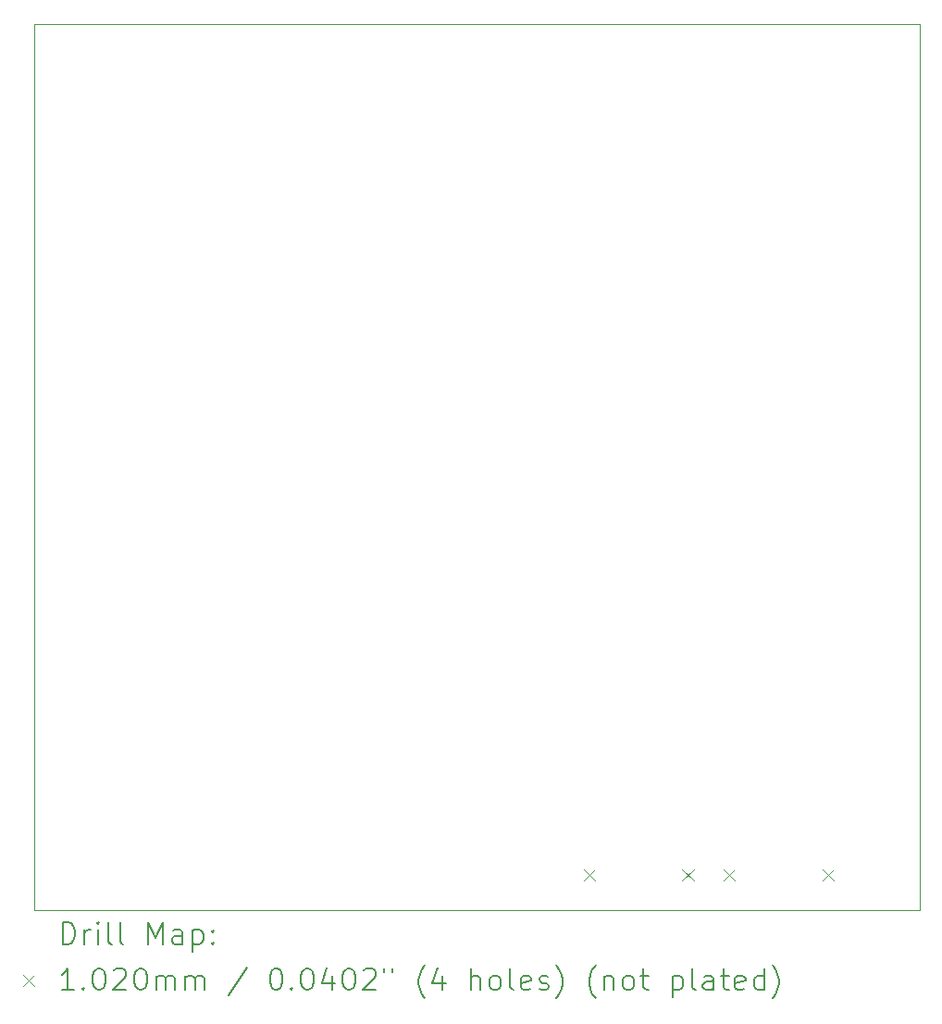
<source format=gbr>
%TF.GenerationSoftware,KiCad,Pcbnew,9.0.0*%
%TF.CreationDate,2025-04-09T18:23:43-07:00*%
%TF.ProjectId,PAC Board,50414320-426f-4617-9264-2e6b69636164,rev?*%
%TF.SameCoordinates,Original*%
%TF.FileFunction,Drillmap*%
%TF.FilePolarity,Positive*%
%FSLAX45Y45*%
G04 Gerber Fmt 4.5, Leading zero omitted, Abs format (unit mm)*
G04 Created by KiCad (PCBNEW 9.0.0) date 2025-04-09 18:23:43*
%MOMM*%
%LPD*%
G01*
G04 APERTURE LIST*
%ADD10C,0.050000*%
%ADD11C,0.200000*%
%ADD12C,0.102000*%
G04 APERTURE END LIST*
D10*
X12050000Y-4800000D02*
X20150000Y-4800000D01*
X20150000Y-12900000D01*
X12050000Y-12900000D01*
X12050000Y-4800000D01*
D11*
D12*
X17079000Y-12533000D02*
X17181000Y-12635000D01*
X17181000Y-12533000D02*
X17079000Y-12635000D01*
X17979000Y-12533000D02*
X18081000Y-12635000D01*
X18081000Y-12533000D02*
X17979000Y-12635000D01*
X18359000Y-12533000D02*
X18461000Y-12635000D01*
X18461000Y-12533000D02*
X18359000Y-12635000D01*
X19259000Y-12533000D02*
X19361000Y-12635000D01*
X19361000Y-12533000D02*
X19259000Y-12635000D01*
D11*
X12308277Y-13213984D02*
X12308277Y-13013984D01*
X12308277Y-13013984D02*
X12355896Y-13013984D01*
X12355896Y-13013984D02*
X12384467Y-13023508D01*
X12384467Y-13023508D02*
X12403515Y-13042555D01*
X12403515Y-13042555D02*
X12413039Y-13061603D01*
X12413039Y-13061603D02*
X12422562Y-13099698D01*
X12422562Y-13099698D02*
X12422562Y-13128269D01*
X12422562Y-13128269D02*
X12413039Y-13166365D01*
X12413039Y-13166365D02*
X12403515Y-13185412D01*
X12403515Y-13185412D02*
X12384467Y-13204460D01*
X12384467Y-13204460D02*
X12355896Y-13213984D01*
X12355896Y-13213984D02*
X12308277Y-13213984D01*
X12508277Y-13213984D02*
X12508277Y-13080650D01*
X12508277Y-13118746D02*
X12517801Y-13099698D01*
X12517801Y-13099698D02*
X12527324Y-13090174D01*
X12527324Y-13090174D02*
X12546372Y-13080650D01*
X12546372Y-13080650D02*
X12565420Y-13080650D01*
X12632086Y-13213984D02*
X12632086Y-13080650D01*
X12632086Y-13013984D02*
X12622562Y-13023508D01*
X12622562Y-13023508D02*
X12632086Y-13033031D01*
X12632086Y-13033031D02*
X12641610Y-13023508D01*
X12641610Y-13023508D02*
X12632086Y-13013984D01*
X12632086Y-13013984D02*
X12632086Y-13033031D01*
X12755896Y-13213984D02*
X12736848Y-13204460D01*
X12736848Y-13204460D02*
X12727324Y-13185412D01*
X12727324Y-13185412D02*
X12727324Y-13013984D01*
X12860658Y-13213984D02*
X12841610Y-13204460D01*
X12841610Y-13204460D02*
X12832086Y-13185412D01*
X12832086Y-13185412D02*
X12832086Y-13013984D01*
X13089229Y-13213984D02*
X13089229Y-13013984D01*
X13089229Y-13013984D02*
X13155896Y-13156841D01*
X13155896Y-13156841D02*
X13222562Y-13013984D01*
X13222562Y-13013984D02*
X13222562Y-13213984D01*
X13403515Y-13213984D02*
X13403515Y-13109222D01*
X13403515Y-13109222D02*
X13393991Y-13090174D01*
X13393991Y-13090174D02*
X13374943Y-13080650D01*
X13374943Y-13080650D02*
X13336848Y-13080650D01*
X13336848Y-13080650D02*
X13317801Y-13090174D01*
X13403515Y-13204460D02*
X13384467Y-13213984D01*
X13384467Y-13213984D02*
X13336848Y-13213984D01*
X13336848Y-13213984D02*
X13317801Y-13204460D01*
X13317801Y-13204460D02*
X13308277Y-13185412D01*
X13308277Y-13185412D02*
X13308277Y-13166365D01*
X13308277Y-13166365D02*
X13317801Y-13147317D01*
X13317801Y-13147317D02*
X13336848Y-13137793D01*
X13336848Y-13137793D02*
X13384467Y-13137793D01*
X13384467Y-13137793D02*
X13403515Y-13128269D01*
X13498753Y-13080650D02*
X13498753Y-13280650D01*
X13498753Y-13090174D02*
X13517801Y-13080650D01*
X13517801Y-13080650D02*
X13555896Y-13080650D01*
X13555896Y-13080650D02*
X13574943Y-13090174D01*
X13574943Y-13090174D02*
X13584467Y-13099698D01*
X13584467Y-13099698D02*
X13593991Y-13118746D01*
X13593991Y-13118746D02*
X13593991Y-13175888D01*
X13593991Y-13175888D02*
X13584467Y-13194936D01*
X13584467Y-13194936D02*
X13574943Y-13204460D01*
X13574943Y-13204460D02*
X13555896Y-13213984D01*
X13555896Y-13213984D02*
X13517801Y-13213984D01*
X13517801Y-13213984D02*
X13498753Y-13204460D01*
X13679705Y-13194936D02*
X13689229Y-13204460D01*
X13689229Y-13204460D02*
X13679705Y-13213984D01*
X13679705Y-13213984D02*
X13670182Y-13204460D01*
X13670182Y-13204460D02*
X13679705Y-13194936D01*
X13679705Y-13194936D02*
X13679705Y-13213984D01*
X13679705Y-13090174D02*
X13689229Y-13099698D01*
X13689229Y-13099698D02*
X13679705Y-13109222D01*
X13679705Y-13109222D02*
X13670182Y-13099698D01*
X13670182Y-13099698D02*
X13679705Y-13090174D01*
X13679705Y-13090174D02*
X13679705Y-13109222D01*
D12*
X11945500Y-13491500D02*
X12047500Y-13593500D01*
X12047500Y-13491500D02*
X11945500Y-13593500D01*
D11*
X12413039Y-13633984D02*
X12298753Y-13633984D01*
X12355896Y-13633984D02*
X12355896Y-13433984D01*
X12355896Y-13433984D02*
X12336848Y-13462555D01*
X12336848Y-13462555D02*
X12317801Y-13481603D01*
X12317801Y-13481603D02*
X12298753Y-13491127D01*
X12498753Y-13614936D02*
X12508277Y-13624460D01*
X12508277Y-13624460D02*
X12498753Y-13633984D01*
X12498753Y-13633984D02*
X12489229Y-13624460D01*
X12489229Y-13624460D02*
X12498753Y-13614936D01*
X12498753Y-13614936D02*
X12498753Y-13633984D01*
X12632086Y-13433984D02*
X12651134Y-13433984D01*
X12651134Y-13433984D02*
X12670182Y-13443508D01*
X12670182Y-13443508D02*
X12679705Y-13453031D01*
X12679705Y-13453031D02*
X12689229Y-13472079D01*
X12689229Y-13472079D02*
X12698753Y-13510174D01*
X12698753Y-13510174D02*
X12698753Y-13557793D01*
X12698753Y-13557793D02*
X12689229Y-13595888D01*
X12689229Y-13595888D02*
X12679705Y-13614936D01*
X12679705Y-13614936D02*
X12670182Y-13624460D01*
X12670182Y-13624460D02*
X12651134Y-13633984D01*
X12651134Y-13633984D02*
X12632086Y-13633984D01*
X12632086Y-13633984D02*
X12613039Y-13624460D01*
X12613039Y-13624460D02*
X12603515Y-13614936D01*
X12603515Y-13614936D02*
X12593991Y-13595888D01*
X12593991Y-13595888D02*
X12584467Y-13557793D01*
X12584467Y-13557793D02*
X12584467Y-13510174D01*
X12584467Y-13510174D02*
X12593991Y-13472079D01*
X12593991Y-13472079D02*
X12603515Y-13453031D01*
X12603515Y-13453031D02*
X12613039Y-13443508D01*
X12613039Y-13443508D02*
X12632086Y-13433984D01*
X12774943Y-13453031D02*
X12784467Y-13443508D01*
X12784467Y-13443508D02*
X12803515Y-13433984D01*
X12803515Y-13433984D02*
X12851134Y-13433984D01*
X12851134Y-13433984D02*
X12870182Y-13443508D01*
X12870182Y-13443508D02*
X12879705Y-13453031D01*
X12879705Y-13453031D02*
X12889229Y-13472079D01*
X12889229Y-13472079D02*
X12889229Y-13491127D01*
X12889229Y-13491127D02*
X12879705Y-13519698D01*
X12879705Y-13519698D02*
X12765420Y-13633984D01*
X12765420Y-13633984D02*
X12889229Y-13633984D01*
X13013039Y-13433984D02*
X13032086Y-13433984D01*
X13032086Y-13433984D02*
X13051134Y-13443508D01*
X13051134Y-13443508D02*
X13060658Y-13453031D01*
X13060658Y-13453031D02*
X13070182Y-13472079D01*
X13070182Y-13472079D02*
X13079705Y-13510174D01*
X13079705Y-13510174D02*
X13079705Y-13557793D01*
X13079705Y-13557793D02*
X13070182Y-13595888D01*
X13070182Y-13595888D02*
X13060658Y-13614936D01*
X13060658Y-13614936D02*
X13051134Y-13624460D01*
X13051134Y-13624460D02*
X13032086Y-13633984D01*
X13032086Y-13633984D02*
X13013039Y-13633984D01*
X13013039Y-13633984D02*
X12993991Y-13624460D01*
X12993991Y-13624460D02*
X12984467Y-13614936D01*
X12984467Y-13614936D02*
X12974943Y-13595888D01*
X12974943Y-13595888D02*
X12965420Y-13557793D01*
X12965420Y-13557793D02*
X12965420Y-13510174D01*
X12965420Y-13510174D02*
X12974943Y-13472079D01*
X12974943Y-13472079D02*
X12984467Y-13453031D01*
X12984467Y-13453031D02*
X12993991Y-13443508D01*
X12993991Y-13443508D02*
X13013039Y-13433984D01*
X13165420Y-13633984D02*
X13165420Y-13500650D01*
X13165420Y-13519698D02*
X13174943Y-13510174D01*
X13174943Y-13510174D02*
X13193991Y-13500650D01*
X13193991Y-13500650D02*
X13222563Y-13500650D01*
X13222563Y-13500650D02*
X13241610Y-13510174D01*
X13241610Y-13510174D02*
X13251134Y-13529222D01*
X13251134Y-13529222D02*
X13251134Y-13633984D01*
X13251134Y-13529222D02*
X13260658Y-13510174D01*
X13260658Y-13510174D02*
X13279705Y-13500650D01*
X13279705Y-13500650D02*
X13308277Y-13500650D01*
X13308277Y-13500650D02*
X13327324Y-13510174D01*
X13327324Y-13510174D02*
X13336848Y-13529222D01*
X13336848Y-13529222D02*
X13336848Y-13633984D01*
X13432086Y-13633984D02*
X13432086Y-13500650D01*
X13432086Y-13519698D02*
X13441610Y-13510174D01*
X13441610Y-13510174D02*
X13460658Y-13500650D01*
X13460658Y-13500650D02*
X13489229Y-13500650D01*
X13489229Y-13500650D02*
X13508277Y-13510174D01*
X13508277Y-13510174D02*
X13517801Y-13529222D01*
X13517801Y-13529222D02*
X13517801Y-13633984D01*
X13517801Y-13529222D02*
X13527324Y-13510174D01*
X13527324Y-13510174D02*
X13546372Y-13500650D01*
X13546372Y-13500650D02*
X13574943Y-13500650D01*
X13574943Y-13500650D02*
X13593991Y-13510174D01*
X13593991Y-13510174D02*
X13603515Y-13529222D01*
X13603515Y-13529222D02*
X13603515Y-13633984D01*
X13993991Y-13424460D02*
X13822563Y-13681603D01*
X14251134Y-13433984D02*
X14270182Y-13433984D01*
X14270182Y-13433984D02*
X14289229Y-13443508D01*
X14289229Y-13443508D02*
X14298753Y-13453031D01*
X14298753Y-13453031D02*
X14308277Y-13472079D01*
X14308277Y-13472079D02*
X14317801Y-13510174D01*
X14317801Y-13510174D02*
X14317801Y-13557793D01*
X14317801Y-13557793D02*
X14308277Y-13595888D01*
X14308277Y-13595888D02*
X14298753Y-13614936D01*
X14298753Y-13614936D02*
X14289229Y-13624460D01*
X14289229Y-13624460D02*
X14270182Y-13633984D01*
X14270182Y-13633984D02*
X14251134Y-13633984D01*
X14251134Y-13633984D02*
X14232086Y-13624460D01*
X14232086Y-13624460D02*
X14222563Y-13614936D01*
X14222563Y-13614936D02*
X14213039Y-13595888D01*
X14213039Y-13595888D02*
X14203515Y-13557793D01*
X14203515Y-13557793D02*
X14203515Y-13510174D01*
X14203515Y-13510174D02*
X14213039Y-13472079D01*
X14213039Y-13472079D02*
X14222563Y-13453031D01*
X14222563Y-13453031D02*
X14232086Y-13443508D01*
X14232086Y-13443508D02*
X14251134Y-13433984D01*
X14403515Y-13614936D02*
X14413039Y-13624460D01*
X14413039Y-13624460D02*
X14403515Y-13633984D01*
X14403515Y-13633984D02*
X14393991Y-13624460D01*
X14393991Y-13624460D02*
X14403515Y-13614936D01*
X14403515Y-13614936D02*
X14403515Y-13633984D01*
X14536848Y-13433984D02*
X14555896Y-13433984D01*
X14555896Y-13433984D02*
X14574944Y-13443508D01*
X14574944Y-13443508D02*
X14584467Y-13453031D01*
X14584467Y-13453031D02*
X14593991Y-13472079D01*
X14593991Y-13472079D02*
X14603515Y-13510174D01*
X14603515Y-13510174D02*
X14603515Y-13557793D01*
X14603515Y-13557793D02*
X14593991Y-13595888D01*
X14593991Y-13595888D02*
X14584467Y-13614936D01*
X14584467Y-13614936D02*
X14574944Y-13624460D01*
X14574944Y-13624460D02*
X14555896Y-13633984D01*
X14555896Y-13633984D02*
X14536848Y-13633984D01*
X14536848Y-13633984D02*
X14517801Y-13624460D01*
X14517801Y-13624460D02*
X14508277Y-13614936D01*
X14508277Y-13614936D02*
X14498753Y-13595888D01*
X14498753Y-13595888D02*
X14489229Y-13557793D01*
X14489229Y-13557793D02*
X14489229Y-13510174D01*
X14489229Y-13510174D02*
X14498753Y-13472079D01*
X14498753Y-13472079D02*
X14508277Y-13453031D01*
X14508277Y-13453031D02*
X14517801Y-13443508D01*
X14517801Y-13443508D02*
X14536848Y-13433984D01*
X14774944Y-13500650D02*
X14774944Y-13633984D01*
X14727325Y-13424460D02*
X14679706Y-13567317D01*
X14679706Y-13567317D02*
X14803515Y-13567317D01*
X14917801Y-13433984D02*
X14936848Y-13433984D01*
X14936848Y-13433984D02*
X14955896Y-13443508D01*
X14955896Y-13443508D02*
X14965420Y-13453031D01*
X14965420Y-13453031D02*
X14974944Y-13472079D01*
X14974944Y-13472079D02*
X14984467Y-13510174D01*
X14984467Y-13510174D02*
X14984467Y-13557793D01*
X14984467Y-13557793D02*
X14974944Y-13595888D01*
X14974944Y-13595888D02*
X14965420Y-13614936D01*
X14965420Y-13614936D02*
X14955896Y-13624460D01*
X14955896Y-13624460D02*
X14936848Y-13633984D01*
X14936848Y-13633984D02*
X14917801Y-13633984D01*
X14917801Y-13633984D02*
X14898753Y-13624460D01*
X14898753Y-13624460D02*
X14889229Y-13614936D01*
X14889229Y-13614936D02*
X14879706Y-13595888D01*
X14879706Y-13595888D02*
X14870182Y-13557793D01*
X14870182Y-13557793D02*
X14870182Y-13510174D01*
X14870182Y-13510174D02*
X14879706Y-13472079D01*
X14879706Y-13472079D02*
X14889229Y-13453031D01*
X14889229Y-13453031D02*
X14898753Y-13443508D01*
X14898753Y-13443508D02*
X14917801Y-13433984D01*
X15060658Y-13453031D02*
X15070182Y-13443508D01*
X15070182Y-13443508D02*
X15089229Y-13433984D01*
X15089229Y-13433984D02*
X15136848Y-13433984D01*
X15136848Y-13433984D02*
X15155896Y-13443508D01*
X15155896Y-13443508D02*
X15165420Y-13453031D01*
X15165420Y-13453031D02*
X15174944Y-13472079D01*
X15174944Y-13472079D02*
X15174944Y-13491127D01*
X15174944Y-13491127D02*
X15165420Y-13519698D01*
X15165420Y-13519698D02*
X15051134Y-13633984D01*
X15051134Y-13633984D02*
X15174944Y-13633984D01*
X15251134Y-13433984D02*
X15251134Y-13472079D01*
X15327325Y-13433984D02*
X15327325Y-13472079D01*
X15622563Y-13710174D02*
X15613039Y-13700650D01*
X15613039Y-13700650D02*
X15593991Y-13672079D01*
X15593991Y-13672079D02*
X15584468Y-13653031D01*
X15584468Y-13653031D02*
X15574944Y-13624460D01*
X15574944Y-13624460D02*
X15565420Y-13576841D01*
X15565420Y-13576841D02*
X15565420Y-13538746D01*
X15565420Y-13538746D02*
X15574944Y-13491127D01*
X15574944Y-13491127D02*
X15584468Y-13462555D01*
X15584468Y-13462555D02*
X15593991Y-13443508D01*
X15593991Y-13443508D02*
X15613039Y-13414936D01*
X15613039Y-13414936D02*
X15622563Y-13405412D01*
X15784468Y-13500650D02*
X15784468Y-13633984D01*
X15736848Y-13424460D02*
X15689229Y-13567317D01*
X15689229Y-13567317D02*
X15813039Y-13567317D01*
X16041610Y-13633984D02*
X16041610Y-13433984D01*
X16127325Y-13633984D02*
X16127325Y-13529222D01*
X16127325Y-13529222D02*
X16117801Y-13510174D01*
X16117801Y-13510174D02*
X16098753Y-13500650D01*
X16098753Y-13500650D02*
X16070182Y-13500650D01*
X16070182Y-13500650D02*
X16051134Y-13510174D01*
X16051134Y-13510174D02*
X16041610Y-13519698D01*
X16251134Y-13633984D02*
X16232087Y-13624460D01*
X16232087Y-13624460D02*
X16222563Y-13614936D01*
X16222563Y-13614936D02*
X16213039Y-13595888D01*
X16213039Y-13595888D02*
X16213039Y-13538746D01*
X16213039Y-13538746D02*
X16222563Y-13519698D01*
X16222563Y-13519698D02*
X16232087Y-13510174D01*
X16232087Y-13510174D02*
X16251134Y-13500650D01*
X16251134Y-13500650D02*
X16279706Y-13500650D01*
X16279706Y-13500650D02*
X16298753Y-13510174D01*
X16298753Y-13510174D02*
X16308277Y-13519698D01*
X16308277Y-13519698D02*
X16317801Y-13538746D01*
X16317801Y-13538746D02*
X16317801Y-13595888D01*
X16317801Y-13595888D02*
X16308277Y-13614936D01*
X16308277Y-13614936D02*
X16298753Y-13624460D01*
X16298753Y-13624460D02*
X16279706Y-13633984D01*
X16279706Y-13633984D02*
X16251134Y-13633984D01*
X16432087Y-13633984D02*
X16413039Y-13624460D01*
X16413039Y-13624460D02*
X16403515Y-13605412D01*
X16403515Y-13605412D02*
X16403515Y-13433984D01*
X16584468Y-13624460D02*
X16565420Y-13633984D01*
X16565420Y-13633984D02*
X16527325Y-13633984D01*
X16527325Y-13633984D02*
X16508277Y-13624460D01*
X16508277Y-13624460D02*
X16498753Y-13605412D01*
X16498753Y-13605412D02*
X16498753Y-13529222D01*
X16498753Y-13529222D02*
X16508277Y-13510174D01*
X16508277Y-13510174D02*
X16527325Y-13500650D01*
X16527325Y-13500650D02*
X16565420Y-13500650D01*
X16565420Y-13500650D02*
X16584468Y-13510174D01*
X16584468Y-13510174D02*
X16593991Y-13529222D01*
X16593991Y-13529222D02*
X16593991Y-13548269D01*
X16593991Y-13548269D02*
X16498753Y-13567317D01*
X16670182Y-13624460D02*
X16689230Y-13633984D01*
X16689230Y-13633984D02*
X16727325Y-13633984D01*
X16727325Y-13633984D02*
X16746372Y-13624460D01*
X16746372Y-13624460D02*
X16755896Y-13605412D01*
X16755896Y-13605412D02*
X16755896Y-13595888D01*
X16755896Y-13595888D02*
X16746372Y-13576841D01*
X16746372Y-13576841D02*
X16727325Y-13567317D01*
X16727325Y-13567317D02*
X16698753Y-13567317D01*
X16698753Y-13567317D02*
X16679706Y-13557793D01*
X16679706Y-13557793D02*
X16670182Y-13538746D01*
X16670182Y-13538746D02*
X16670182Y-13529222D01*
X16670182Y-13529222D02*
X16679706Y-13510174D01*
X16679706Y-13510174D02*
X16698753Y-13500650D01*
X16698753Y-13500650D02*
X16727325Y-13500650D01*
X16727325Y-13500650D02*
X16746372Y-13510174D01*
X16822563Y-13710174D02*
X16832087Y-13700650D01*
X16832087Y-13700650D02*
X16851134Y-13672079D01*
X16851134Y-13672079D02*
X16860658Y-13653031D01*
X16860658Y-13653031D02*
X16870182Y-13624460D01*
X16870182Y-13624460D02*
X16879706Y-13576841D01*
X16879706Y-13576841D02*
X16879706Y-13538746D01*
X16879706Y-13538746D02*
X16870182Y-13491127D01*
X16870182Y-13491127D02*
X16860658Y-13462555D01*
X16860658Y-13462555D02*
X16851134Y-13443508D01*
X16851134Y-13443508D02*
X16832087Y-13414936D01*
X16832087Y-13414936D02*
X16822563Y-13405412D01*
X17184468Y-13710174D02*
X17174944Y-13700650D01*
X17174944Y-13700650D02*
X17155896Y-13672079D01*
X17155896Y-13672079D02*
X17146373Y-13653031D01*
X17146373Y-13653031D02*
X17136849Y-13624460D01*
X17136849Y-13624460D02*
X17127325Y-13576841D01*
X17127325Y-13576841D02*
X17127325Y-13538746D01*
X17127325Y-13538746D02*
X17136849Y-13491127D01*
X17136849Y-13491127D02*
X17146373Y-13462555D01*
X17146373Y-13462555D02*
X17155896Y-13443508D01*
X17155896Y-13443508D02*
X17174944Y-13414936D01*
X17174944Y-13414936D02*
X17184468Y-13405412D01*
X17260658Y-13500650D02*
X17260658Y-13633984D01*
X17260658Y-13519698D02*
X17270182Y-13510174D01*
X17270182Y-13510174D02*
X17289230Y-13500650D01*
X17289230Y-13500650D02*
X17317801Y-13500650D01*
X17317801Y-13500650D02*
X17336849Y-13510174D01*
X17336849Y-13510174D02*
X17346373Y-13529222D01*
X17346373Y-13529222D02*
X17346373Y-13633984D01*
X17470182Y-13633984D02*
X17451134Y-13624460D01*
X17451134Y-13624460D02*
X17441611Y-13614936D01*
X17441611Y-13614936D02*
X17432087Y-13595888D01*
X17432087Y-13595888D02*
X17432087Y-13538746D01*
X17432087Y-13538746D02*
X17441611Y-13519698D01*
X17441611Y-13519698D02*
X17451134Y-13510174D01*
X17451134Y-13510174D02*
X17470182Y-13500650D01*
X17470182Y-13500650D02*
X17498754Y-13500650D01*
X17498754Y-13500650D02*
X17517801Y-13510174D01*
X17517801Y-13510174D02*
X17527325Y-13519698D01*
X17527325Y-13519698D02*
X17536849Y-13538746D01*
X17536849Y-13538746D02*
X17536849Y-13595888D01*
X17536849Y-13595888D02*
X17527325Y-13614936D01*
X17527325Y-13614936D02*
X17517801Y-13624460D01*
X17517801Y-13624460D02*
X17498754Y-13633984D01*
X17498754Y-13633984D02*
X17470182Y-13633984D01*
X17593992Y-13500650D02*
X17670182Y-13500650D01*
X17622563Y-13433984D02*
X17622563Y-13605412D01*
X17622563Y-13605412D02*
X17632087Y-13624460D01*
X17632087Y-13624460D02*
X17651134Y-13633984D01*
X17651134Y-13633984D02*
X17670182Y-13633984D01*
X17889230Y-13500650D02*
X17889230Y-13700650D01*
X17889230Y-13510174D02*
X17908277Y-13500650D01*
X17908277Y-13500650D02*
X17946373Y-13500650D01*
X17946373Y-13500650D02*
X17965420Y-13510174D01*
X17965420Y-13510174D02*
X17974944Y-13519698D01*
X17974944Y-13519698D02*
X17984468Y-13538746D01*
X17984468Y-13538746D02*
X17984468Y-13595888D01*
X17984468Y-13595888D02*
X17974944Y-13614936D01*
X17974944Y-13614936D02*
X17965420Y-13624460D01*
X17965420Y-13624460D02*
X17946373Y-13633984D01*
X17946373Y-13633984D02*
X17908277Y-13633984D01*
X17908277Y-13633984D02*
X17889230Y-13624460D01*
X18098754Y-13633984D02*
X18079706Y-13624460D01*
X18079706Y-13624460D02*
X18070182Y-13605412D01*
X18070182Y-13605412D02*
X18070182Y-13433984D01*
X18260658Y-13633984D02*
X18260658Y-13529222D01*
X18260658Y-13529222D02*
X18251135Y-13510174D01*
X18251135Y-13510174D02*
X18232087Y-13500650D01*
X18232087Y-13500650D02*
X18193992Y-13500650D01*
X18193992Y-13500650D02*
X18174944Y-13510174D01*
X18260658Y-13624460D02*
X18241611Y-13633984D01*
X18241611Y-13633984D02*
X18193992Y-13633984D01*
X18193992Y-13633984D02*
X18174944Y-13624460D01*
X18174944Y-13624460D02*
X18165420Y-13605412D01*
X18165420Y-13605412D02*
X18165420Y-13586365D01*
X18165420Y-13586365D02*
X18174944Y-13567317D01*
X18174944Y-13567317D02*
X18193992Y-13557793D01*
X18193992Y-13557793D02*
X18241611Y-13557793D01*
X18241611Y-13557793D02*
X18260658Y-13548269D01*
X18327325Y-13500650D02*
X18403515Y-13500650D01*
X18355896Y-13433984D02*
X18355896Y-13605412D01*
X18355896Y-13605412D02*
X18365420Y-13624460D01*
X18365420Y-13624460D02*
X18384468Y-13633984D01*
X18384468Y-13633984D02*
X18403515Y-13633984D01*
X18546373Y-13624460D02*
X18527325Y-13633984D01*
X18527325Y-13633984D02*
X18489230Y-13633984D01*
X18489230Y-13633984D02*
X18470182Y-13624460D01*
X18470182Y-13624460D02*
X18460658Y-13605412D01*
X18460658Y-13605412D02*
X18460658Y-13529222D01*
X18460658Y-13529222D02*
X18470182Y-13510174D01*
X18470182Y-13510174D02*
X18489230Y-13500650D01*
X18489230Y-13500650D02*
X18527325Y-13500650D01*
X18527325Y-13500650D02*
X18546373Y-13510174D01*
X18546373Y-13510174D02*
X18555896Y-13529222D01*
X18555896Y-13529222D02*
X18555896Y-13548269D01*
X18555896Y-13548269D02*
X18460658Y-13567317D01*
X18727325Y-13633984D02*
X18727325Y-13433984D01*
X18727325Y-13624460D02*
X18708277Y-13633984D01*
X18708277Y-13633984D02*
X18670182Y-13633984D01*
X18670182Y-13633984D02*
X18651135Y-13624460D01*
X18651135Y-13624460D02*
X18641611Y-13614936D01*
X18641611Y-13614936D02*
X18632087Y-13595888D01*
X18632087Y-13595888D02*
X18632087Y-13538746D01*
X18632087Y-13538746D02*
X18641611Y-13519698D01*
X18641611Y-13519698D02*
X18651135Y-13510174D01*
X18651135Y-13510174D02*
X18670182Y-13500650D01*
X18670182Y-13500650D02*
X18708277Y-13500650D01*
X18708277Y-13500650D02*
X18727325Y-13510174D01*
X18803516Y-13710174D02*
X18813039Y-13700650D01*
X18813039Y-13700650D02*
X18832087Y-13672079D01*
X18832087Y-13672079D02*
X18841611Y-13653031D01*
X18841611Y-13653031D02*
X18851135Y-13624460D01*
X18851135Y-13624460D02*
X18860658Y-13576841D01*
X18860658Y-13576841D02*
X18860658Y-13538746D01*
X18860658Y-13538746D02*
X18851135Y-13491127D01*
X18851135Y-13491127D02*
X18841611Y-13462555D01*
X18841611Y-13462555D02*
X18832087Y-13443508D01*
X18832087Y-13443508D02*
X18813039Y-13414936D01*
X18813039Y-13414936D02*
X18803516Y-13405412D01*
M02*

</source>
